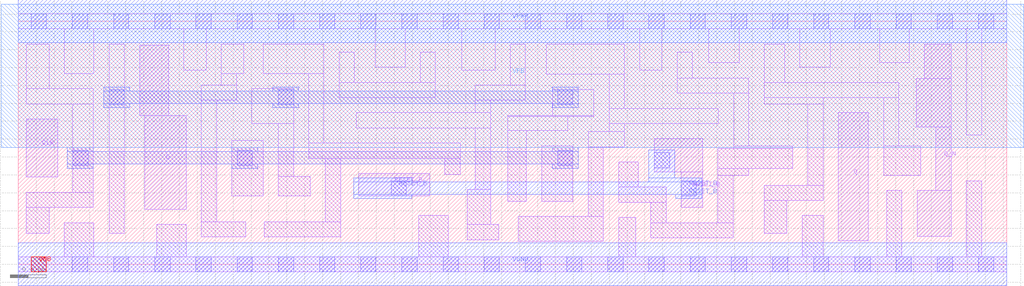
<source format=lef>
# Copyright 2020 The SkyWater PDK Authors
#
# Licensed under the Apache License, Version 2.0 (the "License");
# you may not use this file except in compliance with the License.
# You may obtain a copy of the License at
#
#     https://www.apache.org/licenses/LICENSE-2.0
#
# Unless required by applicable law or agreed to in writing, software
# distributed under the License is distributed on an "AS IS" BASIS,
# WITHOUT WARRANTIES OR CONDITIONS OF ANY KIND, either express or implied.
# See the License for the specific language governing permissions and
# limitations under the License.
#
# SPDX-License-Identifier: Apache-2.0

VERSION 5.7 ;
  NOWIREEXTENSIONATPIN ON ;
  DIVIDERCHAR "/" ;
  BUSBITCHARS "[]" ;
MACRO sky130_fd_sc_hd__dfrbp_2
  CLASS CORE ;
  FOREIGN sky130_fd_sc_hd__dfrbp_2 ;
  ORIGIN  0.000000  0.000000 ;
  SIZE  11.04000 BY  2.720000 ;
  SYMMETRY X Y R90 ;
  SITE unithd ;
  PIN D
    ANTENNAGATEAREA  0.126000 ;
    DIRECTION INPUT ;
    USE SIGNAL ;
    PORT
      LAYER li1 ;
        RECT 1.355000 1.665000 1.680000 2.450000 ;
        RECT 1.415000 0.615000 1.875000 1.665000 ;
    END
  END D
  PIN Q
    ANTENNADIFFAREA  0.511500 ;
    DIRECTION OUTPUT ;
    USE SIGNAL ;
    PORT
      LAYER li1 ;
        RECT 9.160000 0.265000 9.495000 1.695000 ;
    END
  END Q
  PIN Q_N
    ANTENNADIFFAREA  0.445500 ;
    DIRECTION OUTPUT ;
    USE SIGNAL ;
    PORT
      LAYER li1 ;
        RECT 10.030000 1.535000 10.420000 2.080000 ;
        RECT 10.040000 0.310000 10.420000 0.825000 ;
        RECT 10.120000 2.080000 10.420000 2.465000 ;
        RECT 10.250000 0.825000 10.420000 1.535000 ;
    END
  END Q_N
  PIN RESET_B
    ANTENNAGATEAREA  0.252000 ;
    DIRECTION INPUT ;
    USE SIGNAL ;
    PORT
      LAYER li1 ;
        RECT 3.805000 0.765000 4.595000 1.015000 ;
      LAYER mcon ;
        RECT 4.165000 0.765000 4.335000 0.935000 ;
    END
    PORT
      LAYER li1 ;
        RECT 7.105000 1.035000 7.645000 1.405000 ;
        RECT 7.405000 0.635000 7.645000 1.035000 ;
      LAYER mcon ;
        RECT 7.105000 1.080000 7.275000 1.250000 ;
        RECT 7.405000 0.765000 7.575000 0.935000 ;
    END
    PORT
      LAYER met1 ;
        RECT 3.745000 0.735000 4.395000 0.780000 ;
        RECT 3.745000 0.780000 7.635000 0.920000 ;
        RECT 3.745000 0.920000 4.395000 0.965000 ;
        RECT 7.045000 0.920000 7.635000 0.965000 ;
        RECT 7.045000 0.965000 7.335000 1.280000 ;
        RECT 7.345000 0.735000 7.635000 0.780000 ;
    END
  END RESET_B
  PIN VNB
    PORT
      LAYER pwell ;
        RECT 0.145000 -0.085000 0.315000 0.085000 ;
    END
  END VNB
  PIN VPB
    PORT
      LAYER nwell ;
        RECT -0.190000 1.305000 11.230000 2.910000 ;
    END
  END VPB
  PIN CLK
    ANTENNAGATEAREA  0.159000 ;
    DIRECTION INPUT ;
    USE CLOCK ;
    PORT
      LAYER li1 ;
        RECT 0.090000 0.975000 0.440000 1.625000 ;
    END
  END CLK
  PIN VGND
    DIRECTION INOUT ;
    SHAPE ABUTMENT ;
    USE GROUND ;
    PORT
      LAYER met1 ;
        RECT 0.000000 -0.240000 11.040000 0.240000 ;
    END
  END VGND
  PIN VPWR
    DIRECTION INOUT ;
    SHAPE ABUTMENT ;
    USE POWER ;
    PORT
      LAYER met1 ;
        RECT 0.000000 2.480000 11.040000 2.960000 ;
    END
  END VPWR
  OBS
    LAYER li1 ;
      RECT  0.000000 -0.085000 11.040000 0.085000 ;
      RECT  0.000000  2.635000 11.040000 2.805000 ;
      RECT  0.090000  0.345000  0.345000 0.635000 ;
      RECT  0.090000  0.635000  0.840000 0.805000 ;
      RECT  0.090000  1.795000  0.840000 1.965000 ;
      RECT  0.090000  1.965000  0.345000 2.465000 ;
      RECT  0.515000  0.085000  0.845000 0.465000 ;
      RECT  0.515000  2.135000  0.845000 2.635000 ;
      RECT  0.610000  0.805000  0.840000 1.795000 ;
      RECT  1.015000  0.345000  1.185000 2.465000 ;
      RECT  1.545000  0.085000  1.875000 0.445000 ;
      RECT  1.850000  2.175000  2.100000 2.635000 ;
      RECT  2.045000  0.305000  2.540000 0.475000 ;
      RECT  2.045000  0.475000  2.215000 1.835000 ;
      RECT  2.045000  1.835000  2.440000 2.005000 ;
      RECT  2.270000  2.005000  2.440000 2.135000 ;
      RECT  2.270000  2.135000  2.520000 2.465000 ;
      RECT  2.385000  0.765000  2.735000 1.385000 ;
      RECT  2.610000  1.575000  3.075000 1.965000 ;
      RECT  2.735000  2.135000  3.415000 2.465000 ;
      RECT  2.745000  0.305000  3.600000 0.475000 ;
      RECT  2.905000  0.765000  3.260000 0.985000 ;
      RECT  2.905000  0.985000  3.075000 1.575000 ;
      RECT  3.245000  1.185000  4.935000 1.355000 ;
      RECT  3.245000  1.355000  3.415000 2.135000 ;
      RECT  3.430000  0.475000  3.600000 1.185000 ;
      RECT  3.585000  1.865000  4.660000 2.035000 ;
      RECT  3.585000  2.035000  3.755000 2.375000 ;
      RECT  3.775000  1.525000  5.275000 1.695000 ;
      RECT  3.990000  2.205000  4.320000 2.635000 ;
      RECT  4.475000  0.085000  4.805000 0.545000 ;
      RECT  4.490000  2.035000  4.660000 2.375000 ;
      RECT  4.765000  1.005000  4.935000 1.185000 ;
      RECT  4.955000  2.175000  5.325000 2.635000 ;
      RECT  5.015000  0.275000  5.365000 0.445000 ;
      RECT  5.015000  0.445000  5.275000 0.835000 ;
      RECT  5.105000  0.835000  5.275000 1.525000 ;
      RECT  5.105000  1.695000  5.275000 1.835000 ;
      RECT  5.105000  1.835000  5.665000 2.005000 ;
      RECT  5.465000  0.705000  5.675000 1.495000 ;
      RECT  5.465000  1.495000  6.140000 1.655000 ;
      RECT  5.465000  1.655000  6.430000 1.665000 ;
      RECT  5.495000  2.005000  5.665000 2.465000 ;
      RECT  5.585000  0.255000  6.535000 0.535000 ;
      RECT  5.845000  0.705000  6.195000 1.325000 ;
      RECT  5.900000  2.125000  6.770000 2.465000 ;
      RECT  5.970000  1.665000  6.430000 1.955000 ;
      RECT  6.365000  0.535000  6.535000 1.315000 ;
      RECT  6.365000  1.315000  6.770000 1.485000 ;
      RECT  6.600000  1.485000  6.770000 1.575000 ;
      RECT  6.600000  1.575000  7.820000 1.745000 ;
      RECT  6.600000  1.745000  6.770000 2.125000 ;
      RECT  6.705000  0.085000  6.895000 0.525000 ;
      RECT  6.705000  0.695000  7.235000 0.865000 ;
      RECT  6.705000  0.865000  6.925000 1.145000 ;
      RECT  6.940000  2.175000  7.190000 2.635000 ;
      RECT  7.065000  0.295000  7.985000 0.465000 ;
      RECT  7.065000  0.465000  7.235000 0.695000 ;
      RECT  7.360000  1.915000  8.160000 2.085000 ;
      RECT  7.360000  2.085000  7.530000 2.375000 ;
      RECT  7.710000  2.255000  8.055000 2.635000 ;
      RECT  7.815000  0.465000  7.985000 0.995000 ;
      RECT  7.815000  0.995000  8.160000 1.075000 ;
      RECT  7.815000  1.075000  8.650000 1.295000 ;
      RECT  7.990000  1.295000  8.650000 1.325000 ;
      RECT  7.990000  1.325000  8.160000 1.915000 ;
      RECT  8.335000  0.345000  8.585000 0.715000 ;
      RECT  8.335000  0.715000  8.990000 0.885000 ;
      RECT  8.335000  1.795000  8.990000 1.865000 ;
      RECT  8.335000  1.865000  9.835000 2.035000 ;
      RECT  8.335000  2.035000  8.560000 2.465000 ;
      RECT  8.730000  2.205000  9.070000 2.635000 ;
      RECT  8.755000  0.085000  8.990000 0.545000 ;
      RECT  8.820000  0.885000  8.990000 1.795000 ;
      RECT  9.620000  2.255000  9.950000 2.635000 ;
      RECT  9.665000  0.995000 10.080000 1.325000 ;
      RECT  9.665000  1.325000  9.835000 1.865000 ;
      RECT  9.700000  0.085000  9.870000 0.825000 ;
      RECT 10.590000  0.085000 10.760000 0.930000 ;
      RECT 10.590000  1.445000 10.760000 2.635000 ;
    LAYER mcon ;
      RECT  0.145000 -0.085000  0.315000 0.085000 ;
      RECT  0.145000  2.635000  0.315000 2.805000 ;
      RECT  0.605000 -0.085000  0.775000 0.085000 ;
      RECT  0.605000  2.635000  0.775000 2.805000 ;
      RECT  0.610000  1.105000  0.780000 1.275000 ;
      RECT  1.015000  1.785000  1.185000 1.955000 ;
      RECT  1.065000 -0.085000  1.235000 0.085000 ;
      RECT  1.065000  2.635000  1.235000 2.805000 ;
      RECT  1.525000 -0.085000  1.695000 0.085000 ;
      RECT  1.525000  2.635000  1.695000 2.805000 ;
      RECT  1.985000 -0.085000  2.155000 0.085000 ;
      RECT  1.985000  2.635000  2.155000 2.805000 ;
      RECT  2.445000 -0.085000  2.615000 0.085000 ;
      RECT  2.445000  1.105000  2.615000 1.275000 ;
      RECT  2.445000  2.635000  2.615000 2.805000 ;
      RECT  2.905000 -0.085000  3.075000 0.085000 ;
      RECT  2.905000  1.785000  3.075000 1.955000 ;
      RECT  2.905000  2.635000  3.075000 2.805000 ;
      RECT  3.365000 -0.085000  3.535000 0.085000 ;
      RECT  3.365000  2.635000  3.535000 2.805000 ;
      RECT  3.825000 -0.085000  3.995000 0.085000 ;
      RECT  3.825000  2.635000  3.995000 2.805000 ;
      RECT  4.285000 -0.085000  4.455000 0.085000 ;
      RECT  4.285000  2.635000  4.455000 2.805000 ;
      RECT  4.745000 -0.085000  4.915000 0.085000 ;
      RECT  4.745000  2.635000  4.915000 2.805000 ;
      RECT  5.205000 -0.085000  5.375000 0.085000 ;
      RECT  5.205000  2.635000  5.375000 2.805000 ;
      RECT  5.665000 -0.085000  5.835000 0.085000 ;
      RECT  5.665000  2.635000  5.835000 2.805000 ;
      RECT  6.025000  1.105000  6.195000 1.275000 ;
      RECT  6.025000  1.785000  6.195000 1.955000 ;
      RECT  6.125000 -0.085000  6.295000 0.085000 ;
      RECT  6.125000  2.635000  6.295000 2.805000 ;
      RECT  6.585000 -0.085000  6.755000 0.085000 ;
      RECT  6.585000  2.635000  6.755000 2.805000 ;
      RECT  7.045000 -0.085000  7.215000 0.085000 ;
      RECT  7.045000  2.635000  7.215000 2.805000 ;
      RECT  7.505000 -0.085000  7.675000 0.085000 ;
      RECT  7.505000  2.635000  7.675000 2.805000 ;
      RECT  7.965000 -0.085000  8.135000 0.085000 ;
      RECT  7.965000  2.635000  8.135000 2.805000 ;
      RECT  8.425000 -0.085000  8.595000 0.085000 ;
      RECT  8.425000  2.635000  8.595000 2.805000 ;
      RECT  8.885000 -0.085000  9.055000 0.085000 ;
      RECT  8.885000  2.635000  9.055000 2.805000 ;
      RECT  9.345000 -0.085000  9.515000 0.085000 ;
      RECT  9.345000  2.635000  9.515000 2.805000 ;
      RECT  9.805000 -0.085000  9.975000 0.085000 ;
      RECT  9.805000  2.635000  9.975000 2.805000 ;
      RECT 10.265000 -0.085000 10.435000 0.085000 ;
      RECT 10.265000  2.635000 10.435000 2.805000 ;
      RECT 10.725000 -0.085000 10.895000 0.085000 ;
      RECT 10.725000  2.635000 10.895000 2.805000 ;
    LAYER met1 ;
      RECT 0.550000 1.075000 0.840000 1.120000 ;
      RECT 0.550000 1.120000 6.255000 1.260000 ;
      RECT 0.550000 1.260000 0.840000 1.305000 ;
      RECT 0.955000 1.755000 1.245000 1.800000 ;
      RECT 0.955000 1.800000 6.255000 1.940000 ;
      RECT 0.955000 1.940000 1.245000 1.985000 ;
      RECT 2.385000 1.075000 2.675000 1.120000 ;
      RECT 2.385000 1.260000 2.675000 1.305000 ;
      RECT 2.845000 1.755000 3.135000 1.800000 ;
      RECT 2.845000 1.940000 3.135000 1.985000 ;
      RECT 5.965000 1.075000 6.255000 1.120000 ;
      RECT 5.965000 1.260000 6.255000 1.305000 ;
      RECT 5.965000 1.755000 6.255000 1.800000 ;
      RECT 5.965000 1.940000 6.255000 1.985000 ;
  END
END sky130_fd_sc_hd__dfrbp_2
END LIBRARY

</source>
